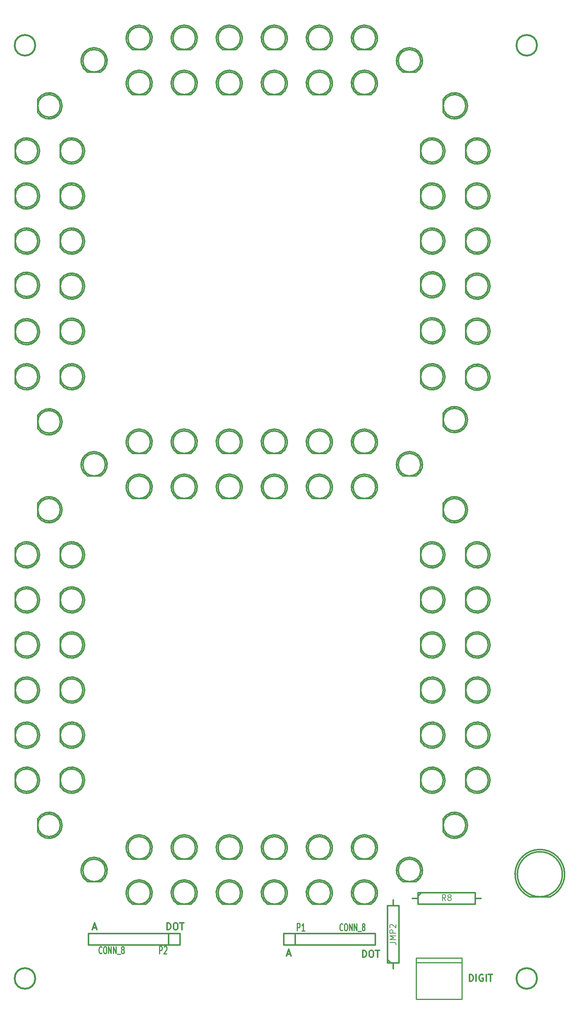
<source format=gto>
G04 (created by PCBNEW (2013-07-07 BZR 4022)-stable) date 1/25/2016 6:15:22 PM*
%MOIN*%
G04 Gerber Fmt 3.4, Leading zero omitted, Abs format*
%FSLAX34Y34*%
G01*
G70*
G90*
G04 APERTURE LIST*
%ADD10C,0.00590551*%
%ADD11C,0.011811*%
%ADD12C,0.0118*%
%ADD13C,0.012*%
%ADD14C,0.01*%
%ADD15C,0.015*%
%ADD16C,0.008*%
%ADD17C,0.0107*%
G04 APERTURE END LIST*
G54D10*
G54D11*
X26411Y-90839D02*
X26411Y-90248D01*
X26551Y-90248D01*
X26635Y-90276D01*
X26692Y-90332D01*
X26720Y-90389D01*
X26748Y-90501D01*
X26748Y-90585D01*
X26720Y-90698D01*
X26692Y-90754D01*
X26635Y-90810D01*
X26551Y-90839D01*
X26411Y-90839D01*
X27114Y-90248D02*
X27226Y-90248D01*
X27282Y-90276D01*
X27339Y-90332D01*
X27367Y-90445D01*
X27367Y-90642D01*
X27339Y-90754D01*
X27282Y-90810D01*
X27226Y-90839D01*
X27114Y-90839D01*
X27057Y-90810D01*
X27001Y-90754D01*
X26973Y-90642D01*
X26973Y-90445D01*
X27001Y-90332D01*
X27057Y-90276D01*
X27114Y-90248D01*
X27535Y-90248D02*
X27873Y-90248D01*
X27704Y-90839D02*
X27704Y-90248D01*
X19959Y-90670D02*
X20240Y-90670D01*
X19903Y-90839D02*
X20100Y-90248D01*
X20296Y-90839D01*
X36909Y-92970D02*
X37190Y-92970D01*
X36853Y-93139D02*
X37050Y-92548D01*
X37246Y-93139D01*
X43511Y-93239D02*
X43511Y-92648D01*
X43651Y-92648D01*
X43735Y-92676D01*
X43792Y-92732D01*
X43820Y-92789D01*
X43848Y-92901D01*
X43848Y-92985D01*
X43820Y-93098D01*
X43792Y-93154D01*
X43735Y-93210D01*
X43651Y-93239D01*
X43511Y-93239D01*
X44214Y-92648D02*
X44326Y-92648D01*
X44382Y-92676D01*
X44439Y-92732D01*
X44467Y-92845D01*
X44467Y-93042D01*
X44439Y-93154D01*
X44382Y-93210D01*
X44326Y-93239D01*
X44214Y-93239D01*
X44157Y-93210D01*
X44101Y-93154D01*
X44073Y-93042D01*
X44073Y-92845D01*
X44101Y-92732D01*
X44157Y-92676D01*
X44214Y-92648D01*
X44635Y-92648D02*
X44973Y-92648D01*
X44804Y-93239D02*
X44804Y-92648D01*
X52843Y-95339D02*
X52843Y-94748D01*
X52984Y-94748D01*
X53068Y-94776D01*
X53125Y-94832D01*
X53153Y-94889D01*
X53181Y-95001D01*
X53181Y-95085D01*
X53153Y-95198D01*
X53125Y-95254D01*
X53068Y-95310D01*
X52984Y-95339D01*
X52843Y-95339D01*
X53434Y-95339D02*
X53434Y-94748D01*
X54024Y-94776D02*
X53968Y-94748D01*
X53884Y-94748D01*
X53800Y-94776D01*
X53743Y-94832D01*
X53715Y-94889D01*
X53687Y-95001D01*
X53687Y-95085D01*
X53715Y-95198D01*
X53743Y-95254D01*
X53800Y-95310D01*
X53884Y-95339D01*
X53940Y-95339D01*
X54024Y-95310D01*
X54053Y-95282D01*
X54053Y-95085D01*
X53940Y-95085D01*
X54306Y-95339D02*
X54306Y-94748D01*
X54503Y-94748D02*
X54840Y-94748D01*
X54671Y-95339D02*
X54671Y-94748D01*
G54D12*
X13154Y-65398D02*
X13154Y-66556D01*
X13158Y-66564D02*
G75*
G03X14725Y-66958I980J586D01*
G74*
G01*
X14718Y-64994D02*
G75*
G03X13154Y-65398I-579J-983D01*
G74*
G01*
X14138Y-67119D02*
G75*
G03X15280Y-65977I0J1142D01*
G74*
G01*
X15280Y-65977D02*
G75*
G03X14138Y-64835I-1142J0D01*
G74*
G01*
X15122Y-65977D02*
G75*
G03X15122Y-65977I-984J0D01*
G74*
G01*
X17091Y-30123D02*
X17091Y-31281D01*
X17095Y-31289D02*
G75*
G03X18662Y-31682I980J586D01*
G74*
G01*
X18655Y-29718D02*
G75*
G03X17091Y-30122I-579J-983D01*
G74*
G01*
X18075Y-31844D02*
G75*
G03X19217Y-30702I0J1142D01*
G74*
G01*
X19217Y-30702D02*
G75*
G03X18075Y-29560I-1142J0D01*
G74*
G01*
X19059Y-30702D02*
G75*
G03X19059Y-30702I-984J0D01*
G74*
G01*
X17091Y-26186D02*
X17091Y-27344D01*
X17095Y-27351D02*
G75*
G03X18662Y-27745I980J586D01*
G74*
G01*
X18655Y-25781D02*
G75*
G03X17091Y-26185I-579J-983D01*
G74*
G01*
X18075Y-27907D02*
G75*
G03X19217Y-26765I0J1142D01*
G74*
G01*
X19217Y-26765D02*
G75*
G03X18075Y-25623I-1142J0D01*
G74*
G01*
X19059Y-26765D02*
G75*
G03X19059Y-26765I-984J0D01*
G74*
G01*
X15123Y-81146D02*
X15123Y-82304D01*
X15126Y-82312D02*
G75*
G03X16693Y-82706I980J586D01*
G74*
G01*
X16686Y-80742D02*
G75*
G03X15123Y-81146I-579J-983D01*
G74*
G01*
X16107Y-82867D02*
G75*
G03X17249Y-81725I0J1142D01*
G74*
G01*
X17249Y-81725D02*
G75*
G03X16107Y-80583I-1142J0D01*
G74*
G01*
X17091Y-81725D02*
G75*
G03X17091Y-81725I-984J0D01*
G74*
G01*
X15123Y-53587D02*
X15123Y-54745D01*
X15126Y-54753D02*
G75*
G03X16693Y-55147I980J586D01*
G74*
G01*
X16686Y-53183D02*
G75*
G03X15123Y-53587I-579J-983D01*
G74*
G01*
X16107Y-55308D02*
G75*
G03X17249Y-54166I0J1142D01*
G74*
G01*
X17249Y-54166D02*
G75*
G03X16107Y-53024I-1142J0D01*
G74*
G01*
X17091Y-54166D02*
G75*
G03X17091Y-54166I-984J0D01*
G74*
G01*
X17091Y-69335D02*
X17091Y-70493D01*
X17095Y-70501D02*
G75*
G03X18662Y-70895I980J586D01*
G74*
G01*
X18655Y-68931D02*
G75*
G03X17091Y-69335I-579J-983D01*
G74*
G01*
X18075Y-71056D02*
G75*
G03X19217Y-69914I0J1142D01*
G74*
G01*
X19217Y-69914D02*
G75*
G03X18075Y-68772I-1142J0D01*
G74*
G01*
X19059Y-69914D02*
G75*
G03X19059Y-69914I-984J0D01*
G74*
G01*
X17091Y-65398D02*
X17091Y-66556D01*
X17095Y-66564D02*
G75*
G03X18662Y-66958I980J586D01*
G74*
G01*
X18655Y-64994D02*
G75*
G03X17091Y-65398I-579J-983D01*
G74*
G01*
X18075Y-67119D02*
G75*
G03X19217Y-65977I0J1142D01*
G74*
G01*
X19217Y-65977D02*
G75*
G03X18075Y-64835I-1142J0D01*
G74*
G01*
X19059Y-65977D02*
G75*
G03X19059Y-65977I-984J0D01*
G74*
G01*
X17091Y-61461D02*
X17091Y-62619D01*
X17095Y-62627D02*
G75*
G03X18662Y-63021I980J586D01*
G74*
G01*
X18655Y-61057D02*
G75*
G03X17091Y-61461I-579J-983D01*
G74*
G01*
X18075Y-63182D02*
G75*
G03X19217Y-62040I0J1142D01*
G74*
G01*
X19217Y-62040D02*
G75*
G03X18075Y-60898I-1142J0D01*
G74*
G01*
X19059Y-62040D02*
G75*
G03X19059Y-62040I-984J0D01*
G74*
G01*
X17091Y-57524D02*
X17091Y-58682D01*
X17095Y-58690D02*
G75*
G03X18662Y-59084I980J586D01*
G74*
G01*
X18655Y-57120D02*
G75*
G03X17091Y-57524I-579J-983D01*
G74*
G01*
X18075Y-59245D02*
G75*
G03X19217Y-58103I0J1142D01*
G74*
G01*
X19217Y-58103D02*
G75*
G03X18075Y-56961I-1142J0D01*
G74*
G01*
X19059Y-58103D02*
G75*
G03X19059Y-58103I-984J0D01*
G74*
G01*
X13154Y-69335D02*
X13154Y-70493D01*
X13158Y-70501D02*
G75*
G03X14725Y-70895I980J586D01*
G74*
G01*
X14718Y-68931D02*
G75*
G03X13154Y-69335I-579J-983D01*
G74*
G01*
X14138Y-71056D02*
G75*
G03X15280Y-69914I0J1142D01*
G74*
G01*
X15280Y-69914D02*
G75*
G03X14138Y-68772I-1142J0D01*
G74*
G01*
X15122Y-69914D02*
G75*
G03X15122Y-69914I-984J0D01*
G74*
G01*
X17091Y-37997D02*
X17091Y-39155D01*
X17095Y-39163D02*
G75*
G03X18662Y-39556I980J586D01*
G74*
G01*
X18655Y-37592D02*
G75*
G03X17091Y-37996I-579J-983D01*
G74*
G01*
X18075Y-39718D02*
G75*
G03X19217Y-38576I0J1142D01*
G74*
G01*
X19217Y-38576D02*
G75*
G03X18075Y-37434I-1142J0D01*
G74*
G01*
X19059Y-38576D02*
G75*
G03X19059Y-38576I-984J0D01*
G74*
G01*
X13154Y-61461D02*
X13154Y-62619D01*
X13158Y-62627D02*
G75*
G03X14725Y-63021I980J586D01*
G74*
G01*
X14718Y-61057D02*
G75*
G03X13154Y-61461I-579J-983D01*
G74*
G01*
X14138Y-63182D02*
G75*
G03X15280Y-62040I0J1142D01*
G74*
G01*
X15280Y-62040D02*
G75*
G03X14138Y-60898I-1142J0D01*
G74*
G01*
X15122Y-62040D02*
G75*
G03X15122Y-62040I-984J0D01*
G74*
G01*
X13154Y-57524D02*
X13154Y-58682D01*
X13158Y-58690D02*
G75*
G03X14725Y-59084I980J586D01*
G74*
G01*
X14718Y-57120D02*
G75*
G03X13154Y-57524I-579J-983D01*
G74*
G01*
X14138Y-59245D02*
G75*
G03X15280Y-58103I0J1142D01*
G74*
G01*
X15280Y-58103D02*
G75*
G03X14138Y-56961I-1142J0D01*
G74*
G01*
X15122Y-58103D02*
G75*
G03X15122Y-58103I-984J0D01*
G74*
G01*
X47024Y-15938D02*
X48182Y-15938D01*
X48189Y-15934D02*
G75*
G03X48583Y-14367I-586J980D01*
G74*
G01*
X46619Y-14374D02*
G75*
G03X47023Y-15938I983J-579D01*
G74*
G01*
X48745Y-14954D02*
G75*
G03X47603Y-13812I-1142J0D01*
G74*
G01*
X47603Y-13812D02*
G75*
G03X46461Y-14954I0J-1142D01*
G74*
G01*
X48587Y-14954D02*
G75*
G03X48587Y-14954I-984J0D01*
G74*
G01*
X23402Y-13969D02*
X24560Y-13969D01*
X24567Y-13966D02*
G75*
G03X24961Y-12399I-586J980D01*
G74*
G01*
X22997Y-12406D02*
G75*
G03X23401Y-13969I983J-579D01*
G74*
G01*
X25123Y-12985D02*
G75*
G03X23981Y-11843I-1142J0D01*
G74*
G01*
X23981Y-11843D02*
G75*
G03X22839Y-12985I0J-1142D01*
G74*
G01*
X24965Y-12985D02*
G75*
G03X24965Y-12985I-984J0D01*
G74*
G01*
X19465Y-15938D02*
X20623Y-15938D01*
X20630Y-15934D02*
G75*
G03X21024Y-14367I-586J980D01*
G74*
G01*
X19060Y-14374D02*
G75*
G03X19464Y-15938I983J-579D01*
G74*
G01*
X21186Y-14954D02*
G75*
G03X20044Y-13812I-1142J0D01*
G74*
G01*
X20044Y-13812D02*
G75*
G03X18902Y-14954I0J-1142D01*
G74*
G01*
X21028Y-14954D02*
G75*
G03X21028Y-14954I-984J0D01*
G74*
G01*
X31276Y-13969D02*
X32434Y-13969D01*
X32441Y-13966D02*
G75*
G03X32835Y-12399I-586J980D01*
G74*
G01*
X30871Y-12406D02*
G75*
G03X31275Y-13969I983J-579D01*
G74*
G01*
X32997Y-12985D02*
G75*
G03X31855Y-11843I-1141J0D01*
G74*
G01*
X31855Y-11843D02*
G75*
G03X30713Y-12985I0J-1142D01*
G74*
G01*
X32839Y-12985D02*
G75*
G03X32839Y-12985I-983J0D01*
G74*
G01*
X35213Y-13969D02*
X36371Y-13969D01*
X36378Y-13966D02*
G75*
G03X36772Y-12399I-586J980D01*
G74*
G01*
X34808Y-12406D02*
G75*
G03X35212Y-13969I983J-579D01*
G74*
G01*
X36934Y-12985D02*
G75*
G03X35792Y-11843I-1142J0D01*
G74*
G01*
X35792Y-11843D02*
G75*
G03X34650Y-12985I0J-1142D01*
G74*
G01*
X36776Y-12985D02*
G75*
G03X36776Y-12985I-984J0D01*
G74*
G01*
X39150Y-49245D02*
X40308Y-49245D01*
X40315Y-49241D02*
G75*
G03X40709Y-47674I-586J980D01*
G74*
G01*
X38745Y-47681D02*
G75*
G03X39149Y-49245I983J-579D01*
G74*
G01*
X40871Y-48261D02*
G75*
G03X39729Y-47119I-1142J0D01*
G74*
G01*
X39729Y-47119D02*
G75*
G03X38587Y-48261I0J-1142D01*
G74*
G01*
X40713Y-48261D02*
G75*
G03X40713Y-48261I-984J0D01*
G74*
G01*
X19465Y-51213D02*
X20623Y-51213D01*
X20630Y-51210D02*
G75*
G03X21024Y-49643I-586J980D01*
G74*
G01*
X19060Y-49650D02*
G75*
G03X19464Y-51213I983J-579D01*
G74*
G01*
X21186Y-50229D02*
G75*
G03X20044Y-49087I-1142J0D01*
G74*
G01*
X20044Y-49087D02*
G75*
G03X18902Y-50229I0J-1142D01*
G74*
G01*
X21028Y-50229D02*
G75*
G03X21028Y-50229I-984J0D01*
G74*
G01*
X47024Y-51213D02*
X48182Y-51213D01*
X48189Y-51210D02*
G75*
G03X48583Y-49643I-586J980D01*
G74*
G01*
X46619Y-49650D02*
G75*
G03X47023Y-51213I983J-579D01*
G74*
G01*
X48745Y-50229D02*
G75*
G03X47603Y-49087I-1142J0D01*
G74*
G01*
X47603Y-49087D02*
G75*
G03X46461Y-50229I0J-1142D01*
G74*
G01*
X48587Y-50229D02*
G75*
G03X48587Y-50229I-984J0D01*
G74*
G01*
X43087Y-53182D02*
X44245Y-53182D01*
X44252Y-53178D02*
G75*
G03X44646Y-51611I-586J980D01*
G74*
G01*
X42682Y-51618D02*
G75*
G03X43086Y-53182I983J-579D01*
G74*
G01*
X44808Y-52198D02*
G75*
G03X43666Y-51056I-1142J0D01*
G74*
G01*
X43666Y-51056D02*
G75*
G03X42524Y-52198I0J-1142D01*
G74*
G01*
X44650Y-52198D02*
G75*
G03X44650Y-52198I-984J0D01*
G74*
G01*
X39150Y-53182D02*
X40308Y-53182D01*
X40315Y-53178D02*
G75*
G03X40709Y-51611I-586J980D01*
G74*
G01*
X38745Y-51618D02*
G75*
G03X39149Y-53182I983J-579D01*
G74*
G01*
X40871Y-52198D02*
G75*
G03X39729Y-51056I-1142J0D01*
G74*
G01*
X39729Y-51056D02*
G75*
G03X38587Y-52198I0J-1142D01*
G74*
G01*
X40713Y-52198D02*
G75*
G03X40713Y-52198I-984J0D01*
G74*
G01*
X35213Y-53182D02*
X36371Y-53182D01*
X36378Y-53178D02*
G75*
G03X36772Y-51611I-586J980D01*
G74*
G01*
X34808Y-51618D02*
G75*
G03X35212Y-53182I983J-579D01*
G74*
G01*
X36934Y-52198D02*
G75*
G03X35792Y-51056I-1142J0D01*
G74*
G01*
X35792Y-51056D02*
G75*
G03X34650Y-52198I0J-1142D01*
G74*
G01*
X36776Y-52198D02*
G75*
G03X36776Y-52198I-984J0D01*
G74*
G01*
X31276Y-53182D02*
X32434Y-53182D01*
X32441Y-53178D02*
G75*
G03X32835Y-51611I-586J980D01*
G74*
G01*
X30871Y-51618D02*
G75*
G03X31275Y-53182I983J-579D01*
G74*
G01*
X32997Y-52198D02*
G75*
G03X31855Y-51056I-1141J0D01*
G74*
G01*
X31855Y-51056D02*
G75*
G03X30713Y-52198I0J-1142D01*
G74*
G01*
X32839Y-52198D02*
G75*
G03X32839Y-52198I-983J0D01*
G74*
G01*
X31276Y-49245D02*
X32434Y-49245D01*
X32441Y-49241D02*
G75*
G03X32835Y-47674I-586J980D01*
G74*
G01*
X30871Y-47681D02*
G75*
G03X31275Y-49245I983J-579D01*
G74*
G01*
X32997Y-48261D02*
G75*
G03X31855Y-47119I-1141J0D01*
G74*
G01*
X31855Y-47119D02*
G75*
G03X30713Y-48261I0J-1142D01*
G74*
G01*
X32839Y-48261D02*
G75*
G03X32839Y-48261I-983J0D01*
G74*
G01*
X35213Y-49245D02*
X36371Y-49245D01*
X36378Y-49241D02*
G75*
G03X36772Y-47674I-586J980D01*
G74*
G01*
X34808Y-47681D02*
G75*
G03X35212Y-49245I983J-579D01*
G74*
G01*
X36934Y-48261D02*
G75*
G03X35792Y-47119I-1142J0D01*
G74*
G01*
X35792Y-47119D02*
G75*
G03X34650Y-48261I0J-1142D01*
G74*
G01*
X36776Y-48261D02*
G75*
G03X36776Y-48261I-984J0D01*
G74*
G01*
X17091Y-34060D02*
X17091Y-35218D01*
X17095Y-35226D02*
G75*
G03X18662Y-35619I980J586D01*
G74*
G01*
X18655Y-33655D02*
G75*
G03X17091Y-34059I-579J-983D01*
G74*
G01*
X18075Y-35781D02*
G75*
G03X19217Y-34639I0J1142D01*
G74*
G01*
X19217Y-34639D02*
G75*
G03X18075Y-33497I-1142J0D01*
G74*
G01*
X19059Y-34639D02*
G75*
G03X19059Y-34639I-984J0D01*
G74*
G01*
X43087Y-49245D02*
X44245Y-49245D01*
X44252Y-49241D02*
G75*
G03X44646Y-47674I-586J980D01*
G74*
G01*
X42682Y-47681D02*
G75*
G03X43086Y-49245I983J-579D01*
G74*
G01*
X44808Y-48261D02*
G75*
G03X43666Y-47119I-1142J0D01*
G74*
G01*
X43666Y-47119D02*
G75*
G03X42524Y-48261I0J-1142D01*
G74*
G01*
X44650Y-48261D02*
G75*
G03X44650Y-48261I-984J0D01*
G74*
G01*
X13154Y-41973D02*
X13154Y-43131D01*
X13158Y-43139D02*
G75*
G03X14725Y-43532I980J586D01*
G74*
G01*
X14718Y-41569D02*
G75*
G03X13154Y-41973I-579J-983D01*
G74*
G01*
X14138Y-43694D02*
G75*
G03X15280Y-42552I0J1142D01*
G74*
G01*
X15280Y-42552D02*
G75*
G03X14138Y-41410I-1142J0D01*
G74*
G01*
X15122Y-42552D02*
G75*
G03X15122Y-42552I-984J0D01*
G74*
G01*
X17091Y-22249D02*
X17091Y-23407D01*
X17095Y-23414D02*
G75*
G03X18662Y-23808I980J586D01*
G74*
G01*
X18655Y-21844D02*
G75*
G03X17091Y-22248I-579J-983D01*
G74*
G01*
X18075Y-23970D02*
G75*
G03X19217Y-22828I0J1142D01*
G74*
G01*
X19217Y-22828D02*
G75*
G03X18075Y-21686I-1142J0D01*
G74*
G01*
X19059Y-22828D02*
G75*
G03X19059Y-22828I-984J0D01*
G74*
G01*
X15123Y-18312D02*
X15123Y-19470D01*
X15126Y-19477D02*
G75*
G03X16693Y-19871I980J586D01*
G74*
G01*
X16686Y-17907D02*
G75*
G03X15123Y-18311I-579J-983D01*
G74*
G01*
X16107Y-20033D02*
G75*
G03X17249Y-18891I0J1142D01*
G74*
G01*
X17249Y-18891D02*
G75*
G03X16107Y-17749I-1142J0D01*
G74*
G01*
X17091Y-18891D02*
G75*
G03X17091Y-18891I-984J0D01*
G74*
G01*
X13154Y-26186D02*
X13154Y-27344D01*
X13158Y-27351D02*
G75*
G03X14725Y-27745I980J586D01*
G74*
G01*
X14718Y-25781D02*
G75*
G03X13154Y-26185I-579J-983D01*
G74*
G01*
X14138Y-27907D02*
G75*
G03X15280Y-26765I0J1142D01*
G74*
G01*
X15280Y-26765D02*
G75*
G03X14138Y-25623I-1142J0D01*
G74*
G01*
X15122Y-26765D02*
G75*
G03X15122Y-26765I-984J0D01*
G74*
G01*
X13154Y-22249D02*
X13154Y-23407D01*
X13158Y-23414D02*
G75*
G03X14725Y-23808I980J586D01*
G74*
G01*
X14718Y-21844D02*
G75*
G03X13154Y-22248I-579J-983D01*
G74*
G01*
X14138Y-23970D02*
G75*
G03X15280Y-22828I0J1142D01*
G74*
G01*
X15280Y-22828D02*
G75*
G03X14138Y-21686I-1142J0D01*
G74*
G01*
X15122Y-22828D02*
G75*
G03X15122Y-22828I-984J0D01*
G74*
G01*
X13154Y-30123D02*
X13154Y-31281D01*
X13158Y-31289D02*
G75*
G03X14725Y-31682I980J586D01*
G74*
G01*
X14718Y-29718D02*
G75*
G03X13154Y-30122I-579J-983D01*
G74*
G01*
X14138Y-31844D02*
G75*
G03X15280Y-30702I0J1142D01*
G74*
G01*
X15280Y-30702D02*
G75*
G03X14138Y-29560I-1142J0D01*
G74*
G01*
X15122Y-30702D02*
G75*
G03X15122Y-30702I-984J0D01*
G74*
G01*
X27339Y-13969D02*
X28497Y-13969D01*
X28504Y-13966D02*
G75*
G03X28898Y-12399I-586J980D01*
G74*
G01*
X26934Y-12406D02*
G75*
G03X27338Y-13969I983J-579D01*
G74*
G01*
X29060Y-12985D02*
G75*
G03X27918Y-11843I-1142J0D01*
G74*
G01*
X27918Y-11843D02*
G75*
G03X26776Y-12985I0J-1142D01*
G74*
G01*
X28902Y-12985D02*
G75*
G03X28902Y-12985I-984J0D01*
G74*
G01*
X31276Y-84678D02*
X32434Y-84678D01*
X32441Y-84674D02*
G75*
G03X32835Y-83107I-586J980D01*
G74*
G01*
X30871Y-83115D02*
G75*
G03X31275Y-84678I983J-579D01*
G74*
G01*
X32997Y-83694D02*
G75*
G03X31855Y-82552I-1141J0D01*
G74*
G01*
X31855Y-82552D02*
G75*
G03X30713Y-83694I0J-1142D01*
G74*
G01*
X32839Y-83694D02*
G75*
G03X32839Y-83694I-983J0D01*
G74*
G01*
X48587Y-65398D02*
X48587Y-66556D01*
X48591Y-66564D02*
G75*
G03X50158Y-66958I980J586D01*
G74*
G01*
X50151Y-64994D02*
G75*
G03X48587Y-65398I-579J-983D01*
G74*
G01*
X49571Y-67119D02*
G75*
G03X50713Y-65977I0J1142D01*
G74*
G01*
X50713Y-65977D02*
G75*
G03X49571Y-64835I-1142J0D01*
G74*
G01*
X50555Y-65977D02*
G75*
G03X50555Y-65977I-984J0D01*
G74*
G01*
X48587Y-77209D02*
X48587Y-78367D01*
X48591Y-78375D02*
G75*
G03X50158Y-78769I980J586D01*
G74*
G01*
X50151Y-76805D02*
G75*
G03X48587Y-77209I-579J-983D01*
G74*
G01*
X49571Y-78930D02*
G75*
G03X50713Y-77788I0J1142D01*
G74*
G01*
X50713Y-77788D02*
G75*
G03X49571Y-76646I-1142J0D01*
G74*
G01*
X50555Y-77788D02*
G75*
G03X50555Y-77788I-984J0D01*
G74*
G01*
X52524Y-73272D02*
X52524Y-74430D01*
X52528Y-74438D02*
G75*
G03X54095Y-74832I980J586D01*
G74*
G01*
X54088Y-72868D02*
G75*
G03X52524Y-73272I-579J-983D01*
G74*
G01*
X53508Y-74993D02*
G75*
G03X54650Y-73851I0J1142D01*
G74*
G01*
X54650Y-73851D02*
G75*
G03X53508Y-72709I-1142J0D01*
G74*
G01*
X54492Y-73851D02*
G75*
G03X54492Y-73851I-984J0D01*
G74*
G01*
X52524Y-69335D02*
X52524Y-70493D01*
X52528Y-70501D02*
G75*
G03X54095Y-70895I980J586D01*
G74*
G01*
X54088Y-68931D02*
G75*
G03X52524Y-69335I-579J-983D01*
G74*
G01*
X53508Y-71056D02*
G75*
G03X54650Y-69914I0J1142D01*
G74*
G01*
X54650Y-69914D02*
G75*
G03X53508Y-68772I-1142J0D01*
G74*
G01*
X54492Y-69914D02*
G75*
G03X54492Y-69914I-984J0D01*
G74*
G01*
X52524Y-65398D02*
X52524Y-66556D01*
X52528Y-66564D02*
G75*
G03X54095Y-66958I980J586D01*
G74*
G01*
X54088Y-64994D02*
G75*
G03X52524Y-65398I-579J-983D01*
G74*
G01*
X53508Y-67119D02*
G75*
G03X54650Y-65977I0J1142D01*
G74*
G01*
X54650Y-65977D02*
G75*
G03X53508Y-64835I-1142J0D01*
G74*
G01*
X54492Y-65977D02*
G75*
G03X54492Y-65977I-984J0D01*
G74*
G01*
X43087Y-84678D02*
X44245Y-84678D01*
X44252Y-84674D02*
G75*
G03X44646Y-83107I-586J980D01*
G74*
G01*
X42682Y-83115D02*
G75*
G03X43086Y-84678I983J-579D01*
G74*
G01*
X44808Y-83694D02*
G75*
G03X43666Y-82552I-1142J0D01*
G74*
G01*
X43666Y-82552D02*
G75*
G03X42524Y-83694I0J-1142D01*
G74*
G01*
X44650Y-83694D02*
G75*
G03X44650Y-83694I-984J0D01*
G74*
G01*
X39150Y-84678D02*
X40308Y-84678D01*
X40315Y-84674D02*
G75*
G03X40709Y-83107I-586J980D01*
G74*
G01*
X38745Y-83115D02*
G75*
G03X39149Y-84678I983J-579D01*
G74*
G01*
X40871Y-83694D02*
G75*
G03X39729Y-82552I-1142J0D01*
G74*
G01*
X39729Y-82552D02*
G75*
G03X38587Y-83694I0J-1142D01*
G74*
G01*
X40713Y-83694D02*
G75*
G03X40713Y-83694I-984J0D01*
G74*
G01*
X35213Y-84678D02*
X36371Y-84678D01*
X36378Y-84674D02*
G75*
G03X36772Y-83107I-586J980D01*
G74*
G01*
X34808Y-83115D02*
G75*
G03X35212Y-84678I983J-579D01*
G74*
G01*
X36934Y-83694D02*
G75*
G03X35792Y-82552I-1142J0D01*
G74*
G01*
X35792Y-82552D02*
G75*
G03X34650Y-83694I0J-1142D01*
G74*
G01*
X36776Y-83694D02*
G75*
G03X36776Y-83694I-984J0D01*
G74*
G01*
X35213Y-17906D02*
X36371Y-17906D01*
X36378Y-17903D02*
G75*
G03X36772Y-16336I-586J980D01*
G74*
G01*
X34808Y-16343D02*
G75*
G03X35212Y-17906I983J-579D01*
G74*
G01*
X36934Y-16922D02*
G75*
G03X35792Y-15780I-1142J0D01*
G74*
G01*
X35792Y-15780D02*
G75*
G03X34650Y-16922I0J-1142D01*
G74*
G01*
X36776Y-16922D02*
G75*
G03X36776Y-16922I-984J0D01*
G74*
G01*
X31276Y-88615D02*
X32434Y-88615D01*
X32441Y-88611D02*
G75*
G03X32835Y-87044I-586J980D01*
G74*
G01*
X30871Y-87052D02*
G75*
G03X31275Y-88615I983J-579D01*
G74*
G01*
X32997Y-87631D02*
G75*
G03X31855Y-86489I-1141J0D01*
G74*
G01*
X31855Y-86489D02*
G75*
G03X30713Y-87631I0J-1142D01*
G74*
G01*
X32839Y-87631D02*
G75*
G03X32839Y-87631I-983J0D01*
G74*
G01*
X35213Y-88615D02*
X36371Y-88615D01*
X36378Y-88611D02*
G75*
G03X36772Y-87044I-586J980D01*
G74*
G01*
X34808Y-87052D02*
G75*
G03X35212Y-88615I983J-579D01*
G74*
G01*
X36934Y-87631D02*
G75*
G03X35792Y-86489I-1142J0D01*
G74*
G01*
X35792Y-86489D02*
G75*
G03X34650Y-87631I0J-1142D01*
G74*
G01*
X36776Y-87631D02*
G75*
G03X36776Y-87631I-984J0D01*
G74*
G01*
X39150Y-88615D02*
X40308Y-88615D01*
X40315Y-88611D02*
G75*
G03X40709Y-87044I-586J980D01*
G74*
G01*
X38745Y-87052D02*
G75*
G03X39149Y-88615I983J-579D01*
G74*
G01*
X40871Y-87631D02*
G75*
G03X39729Y-86489I-1142J0D01*
G74*
G01*
X39729Y-86489D02*
G75*
G03X38587Y-87631I0J-1142D01*
G74*
G01*
X40713Y-87631D02*
G75*
G03X40713Y-87631I-984J0D01*
G74*
G01*
X43087Y-88615D02*
X44245Y-88615D01*
X44252Y-88611D02*
G75*
G03X44646Y-87044I-586J980D01*
G74*
G01*
X42682Y-87052D02*
G75*
G03X43086Y-88615I983J-579D01*
G74*
G01*
X44808Y-87631D02*
G75*
G03X43666Y-86489I-1142J0D01*
G74*
G01*
X43666Y-86489D02*
G75*
G03X42524Y-87631I0J-1142D01*
G74*
G01*
X44650Y-87631D02*
G75*
G03X44650Y-87631I-984J0D01*
G74*
G01*
X19465Y-86646D02*
X20623Y-86646D01*
X20630Y-86643D02*
G75*
G03X21024Y-85076I-586J980D01*
G74*
G01*
X19060Y-85083D02*
G75*
G03X19464Y-86646I983J-579D01*
G74*
G01*
X21186Y-85662D02*
G75*
G03X20044Y-84520I-1142J0D01*
G74*
G01*
X20044Y-84520D02*
G75*
G03X18902Y-85662I0J-1142D01*
G74*
G01*
X21028Y-85662D02*
G75*
G03X21028Y-85662I-984J0D01*
G74*
G01*
X47024Y-86646D02*
X48182Y-86646D01*
X48189Y-86643D02*
G75*
G03X48583Y-85076I-586J980D01*
G74*
G01*
X46619Y-85083D02*
G75*
G03X47023Y-86646I983J-579D01*
G74*
G01*
X48745Y-85662D02*
G75*
G03X47603Y-84520I-1142J0D01*
G74*
G01*
X47603Y-84520D02*
G75*
G03X46461Y-85662I0J-1142D01*
G74*
G01*
X48587Y-85662D02*
G75*
G03X48587Y-85662I-984J0D01*
G74*
G01*
X52524Y-61461D02*
X52524Y-62619D01*
X52528Y-62627D02*
G75*
G03X54095Y-63021I980J586D01*
G74*
G01*
X54088Y-61057D02*
G75*
G03X52524Y-61461I-579J-983D01*
G74*
G01*
X53508Y-63182D02*
G75*
G03X54650Y-62040I0J1142D01*
G74*
G01*
X54650Y-62040D02*
G75*
G03X53508Y-60898I-1142J0D01*
G74*
G01*
X54492Y-62040D02*
G75*
G03X54492Y-62040I-984J0D01*
G74*
G01*
X52524Y-22249D02*
X52524Y-23407D01*
X52528Y-23414D02*
G75*
G03X54095Y-23808I980J586D01*
G74*
G01*
X54088Y-21844D02*
G75*
G03X52524Y-22248I-579J-983D01*
G74*
G01*
X53508Y-23970D02*
G75*
G03X54650Y-22828I0J1142D01*
G74*
G01*
X54650Y-22828D02*
G75*
G03X53508Y-21686I-1142J0D01*
G74*
G01*
X54492Y-22828D02*
G75*
G03X54492Y-22828I-984J0D01*
G74*
G01*
X48587Y-61461D02*
X48587Y-62619D01*
X48591Y-62627D02*
G75*
G03X50158Y-63021I980J586D01*
G74*
G01*
X50151Y-61057D02*
G75*
G03X48587Y-61461I-579J-983D01*
G74*
G01*
X49571Y-63182D02*
G75*
G03X50713Y-62040I0J1142D01*
G74*
G01*
X50713Y-62040D02*
G75*
G03X49571Y-60898I-1142J0D01*
G74*
G01*
X50555Y-62040D02*
G75*
G03X50555Y-62040I-984J0D01*
G74*
G01*
X31276Y-17906D02*
X32434Y-17906D01*
X32441Y-17903D02*
G75*
G03X32835Y-16336I-586J980D01*
G74*
G01*
X30871Y-16343D02*
G75*
G03X31275Y-17906I983J-579D01*
G74*
G01*
X32997Y-16922D02*
G75*
G03X31855Y-15780I-1141J0D01*
G74*
G01*
X31855Y-15780D02*
G75*
G03X30713Y-16922I0J-1142D01*
G74*
G01*
X32839Y-16922D02*
G75*
G03X32839Y-16922I-983J0D01*
G74*
G01*
X27339Y-17906D02*
X28497Y-17906D01*
X28504Y-17903D02*
G75*
G03X28898Y-16336I-586J980D01*
G74*
G01*
X26934Y-16343D02*
G75*
G03X27338Y-17906I983J-579D01*
G74*
G01*
X29060Y-16922D02*
G75*
G03X27918Y-15780I-1142J0D01*
G74*
G01*
X27918Y-15780D02*
G75*
G03X26776Y-16922I0J-1142D01*
G74*
G01*
X28902Y-16922D02*
G75*
G03X28902Y-16922I-984J0D01*
G74*
G01*
X23402Y-17906D02*
X24560Y-17906D01*
X24567Y-17903D02*
G75*
G03X24961Y-16336I-586J980D01*
G74*
G01*
X22997Y-16343D02*
G75*
G03X23401Y-17906I983J-579D01*
G74*
G01*
X25123Y-16922D02*
G75*
G03X23981Y-15780I-1142J0D01*
G74*
G01*
X23981Y-15780D02*
G75*
G03X22839Y-16922I0J-1142D01*
G74*
G01*
X24965Y-16922D02*
G75*
G03X24965Y-16922I-984J0D01*
G74*
G01*
X48587Y-41973D02*
X48587Y-43131D01*
X48591Y-43139D02*
G75*
G03X50158Y-43532I980J586D01*
G74*
G01*
X50151Y-41569D02*
G75*
G03X48587Y-41973I-579J-983D01*
G74*
G01*
X49571Y-43694D02*
G75*
G03X50713Y-42552I0J1142D01*
G74*
G01*
X50713Y-42552D02*
G75*
G03X49571Y-41410I-1142J0D01*
G74*
G01*
X50555Y-42552D02*
G75*
G03X50555Y-42552I-984J0D01*
G74*
G01*
X48587Y-30123D02*
X48587Y-31281D01*
X48591Y-31289D02*
G75*
G03X50158Y-31682I980J586D01*
G74*
G01*
X50151Y-29718D02*
G75*
G03X48587Y-30122I-579J-983D01*
G74*
G01*
X49571Y-31844D02*
G75*
G03X50713Y-30702I0J1142D01*
G74*
G01*
X50713Y-30702D02*
G75*
G03X49571Y-29560I-1142J0D01*
G74*
G01*
X50555Y-30702D02*
G75*
G03X50555Y-30702I-984J0D01*
G74*
G01*
X48587Y-26186D02*
X48587Y-27344D01*
X48591Y-27351D02*
G75*
G03X50158Y-27745I980J586D01*
G74*
G01*
X50151Y-25781D02*
G75*
G03X48587Y-26185I-579J-983D01*
G74*
G01*
X49571Y-27907D02*
G75*
G03X50713Y-26765I0J1142D01*
G74*
G01*
X50713Y-26765D02*
G75*
G03X49571Y-25623I-1142J0D01*
G74*
G01*
X50555Y-26765D02*
G75*
G03X50555Y-26765I-984J0D01*
G74*
G01*
X48587Y-22249D02*
X48587Y-23407D01*
X48591Y-23414D02*
G75*
G03X50158Y-23808I980J586D01*
G74*
G01*
X50151Y-21844D02*
G75*
G03X48587Y-22248I-579J-983D01*
G74*
G01*
X49571Y-23970D02*
G75*
G03X50713Y-22828I0J1142D01*
G74*
G01*
X50713Y-22828D02*
G75*
G03X49571Y-21686I-1142J0D01*
G74*
G01*
X50555Y-22828D02*
G75*
G03X50555Y-22828I-984J0D01*
G74*
G01*
X50556Y-18312D02*
X50556Y-19470D01*
X50559Y-19477D02*
G75*
G03X52126Y-19871I980J586D01*
G74*
G01*
X52119Y-17907D02*
G75*
G03X50556Y-18311I-579J-983D01*
G74*
G01*
X51540Y-20033D02*
G75*
G03X52682Y-18891I0J1142D01*
G74*
G01*
X52682Y-18891D02*
G75*
G03X51540Y-17749I-1142J0D01*
G74*
G01*
X52524Y-18891D02*
G75*
G03X52524Y-18891I-984J0D01*
G74*
G01*
X52524Y-37997D02*
X52524Y-39155D01*
X52528Y-39163D02*
G75*
G03X54095Y-39556I980J586D01*
G74*
G01*
X54088Y-37592D02*
G75*
G03X52524Y-37996I-579J-983D01*
G74*
G01*
X53508Y-39718D02*
G75*
G03X54650Y-38576I0J1142D01*
G74*
G01*
X54650Y-38576D02*
G75*
G03X53508Y-37434I-1142J0D01*
G74*
G01*
X54492Y-38576D02*
G75*
G03X54492Y-38576I-984J0D01*
G74*
G01*
X52524Y-34060D02*
X52524Y-35218D01*
X52528Y-35226D02*
G75*
G03X54095Y-35619I980J586D01*
G74*
G01*
X54088Y-33655D02*
G75*
G03X52524Y-34059I-579J-983D01*
G74*
G01*
X53508Y-35781D02*
G75*
G03X54650Y-34639I0J1142D01*
G74*
G01*
X54650Y-34639D02*
G75*
G03X53508Y-33497I-1142J0D01*
G74*
G01*
X54492Y-34639D02*
G75*
G03X54492Y-34639I-984J0D01*
G74*
G01*
X52524Y-30123D02*
X52524Y-31281D01*
X52528Y-31289D02*
G75*
G03X54095Y-31682I980J586D01*
G74*
G01*
X54088Y-29718D02*
G75*
G03X52524Y-30122I-579J-983D01*
G74*
G01*
X53508Y-31844D02*
G75*
G03X54650Y-30702I0J1142D01*
G74*
G01*
X54650Y-30702D02*
G75*
G03X53508Y-29560I-1142J0D01*
G74*
G01*
X54492Y-30702D02*
G75*
G03X54492Y-30702I-984J0D01*
G74*
G01*
X52524Y-26186D02*
X52524Y-27344D01*
X52528Y-27351D02*
G75*
G03X54095Y-27745I980J586D01*
G74*
G01*
X54088Y-25781D02*
G75*
G03X52524Y-26185I-579J-983D01*
G74*
G01*
X53508Y-27907D02*
G75*
G03X54650Y-26765I0J1142D01*
G74*
G01*
X54650Y-26765D02*
G75*
G03X53508Y-25623I-1142J0D01*
G74*
G01*
X54492Y-26765D02*
G75*
G03X54492Y-26765I-984J0D01*
G74*
G01*
X52524Y-57524D02*
X52524Y-58682D01*
X52528Y-58690D02*
G75*
G03X54095Y-59084I980J586D01*
G74*
G01*
X54088Y-57120D02*
G75*
G03X52524Y-57524I-579J-983D01*
G74*
G01*
X53508Y-59245D02*
G75*
G03X54650Y-58103I0J1142D01*
G74*
G01*
X54650Y-58103D02*
G75*
G03X53508Y-56961I-1142J0D01*
G74*
G01*
X54492Y-58103D02*
G75*
G03X54492Y-58103I-984J0D01*
G74*
G01*
X50556Y-53587D02*
X50556Y-54745D01*
X50559Y-54753D02*
G75*
G03X52126Y-55147I980J586D01*
G74*
G01*
X52119Y-53183D02*
G75*
G03X50556Y-53587I-579J-983D01*
G74*
G01*
X51540Y-55308D02*
G75*
G03X52682Y-54166I0J1142D01*
G74*
G01*
X52682Y-54166D02*
G75*
G03X51540Y-53024I-1142J0D01*
G74*
G01*
X52524Y-54166D02*
G75*
G03X52524Y-54166I-984J0D01*
G74*
G01*
X48587Y-57524D02*
X48587Y-58682D01*
X48591Y-58690D02*
G75*
G03X50158Y-59084I980J586D01*
G74*
G01*
X50151Y-57120D02*
G75*
G03X48587Y-57524I-579J-983D01*
G74*
G01*
X49571Y-59245D02*
G75*
G03X50713Y-58103I0J1142D01*
G74*
G01*
X50713Y-58103D02*
G75*
G03X49571Y-56961I-1142J0D01*
G74*
G01*
X50555Y-58103D02*
G75*
G03X50555Y-58103I-984J0D01*
G74*
G01*
X59897Y-87969D02*
G75*
G03X60969Y-85102I-897J1969D01*
G74*
G01*
X58094Y-87972D02*
X59906Y-87972D01*
X57030Y-85094D02*
G75*
G03X58094Y-87969I1969J-905D01*
G74*
G01*
X61165Y-86000D02*
G75*
G03X59000Y-83835I-2165J0D01*
G74*
G01*
X59000Y-83835D02*
G75*
G03X56835Y-86000I0J-2165D01*
G74*
G01*
X60969Y-86000D02*
G75*
G03X60969Y-86000I-1969J0D01*
G74*
G01*
G54D13*
X48350Y-87600D02*
X53350Y-87600D01*
X53350Y-87600D02*
X53350Y-88600D01*
X53350Y-88600D02*
X48350Y-88600D01*
X53350Y-88100D02*
X53850Y-88100D01*
X47850Y-88100D02*
X48350Y-88100D01*
X48350Y-87900D02*
X48650Y-87600D01*
X48350Y-87600D02*
X48350Y-88600D01*
G54D12*
X13154Y-73272D02*
X13154Y-74430D01*
X13158Y-74438D02*
G75*
G03X14725Y-74832I980J586D01*
G74*
G01*
X14718Y-72868D02*
G75*
G03X13154Y-73272I-579J-983D01*
G74*
G01*
X14138Y-74993D02*
G75*
G03X15280Y-73851I0J1142D01*
G74*
G01*
X15280Y-73851D02*
G75*
G03X14138Y-72709I-1142J0D01*
G74*
G01*
X15122Y-73851D02*
G75*
G03X15122Y-73851I-984J0D01*
G74*
G01*
X17091Y-73272D02*
X17091Y-74430D01*
X17095Y-74438D02*
G75*
G03X18662Y-74832I980J586D01*
G74*
G01*
X18655Y-72868D02*
G75*
G03X17091Y-73272I-579J-983D01*
G74*
G01*
X18075Y-74993D02*
G75*
G03X19217Y-73851I0J1142D01*
G74*
G01*
X19217Y-73851D02*
G75*
G03X18075Y-72709I-1142J0D01*
G74*
G01*
X19059Y-73851D02*
G75*
G03X19059Y-73851I-984J0D01*
G74*
G01*
X17091Y-41973D02*
X17091Y-43131D01*
X17095Y-43139D02*
G75*
G03X18662Y-43532I980J586D01*
G74*
G01*
X18655Y-41569D02*
G75*
G03X17091Y-41973I-579J-983D01*
G74*
G01*
X18075Y-43694D02*
G75*
G03X19217Y-42552I0J1142D01*
G74*
G01*
X19217Y-42552D02*
G75*
G03X18075Y-41410I-1142J0D01*
G74*
G01*
X19059Y-42552D02*
G75*
G03X19059Y-42552I-984J0D01*
G74*
G01*
X13154Y-33981D02*
X13154Y-35139D01*
X13158Y-35147D02*
G75*
G03X14725Y-35540I980J586D01*
G74*
G01*
X14718Y-33576D02*
G75*
G03X13154Y-33981I-579J-983D01*
G74*
G01*
X14138Y-35702D02*
G75*
G03X15280Y-34560I0J1142D01*
G74*
G01*
X15280Y-34560D02*
G75*
G03X14138Y-33418I-1142J0D01*
G74*
G01*
X15122Y-34560D02*
G75*
G03X15122Y-34560I-984J0D01*
G74*
G01*
X27339Y-53182D02*
X28497Y-53182D01*
X28504Y-53178D02*
G75*
G03X28898Y-51611I-586J980D01*
G74*
G01*
X26934Y-51618D02*
G75*
G03X27338Y-53182I983J-579D01*
G74*
G01*
X29060Y-52198D02*
G75*
G03X27918Y-51056I-1142J0D01*
G74*
G01*
X27918Y-51056D02*
G75*
G03X26776Y-52198I0J-1142D01*
G74*
G01*
X28902Y-52198D02*
G75*
G03X28902Y-52198I-984J0D01*
G74*
G01*
X27339Y-49245D02*
X28497Y-49245D01*
X28504Y-49241D02*
G75*
G03X28898Y-47674I-586J980D01*
G74*
G01*
X26934Y-47681D02*
G75*
G03X27338Y-49245I983J-579D01*
G74*
G01*
X29060Y-48261D02*
G75*
G03X27918Y-47119I-1142J0D01*
G74*
G01*
X27918Y-47119D02*
G75*
G03X26776Y-48261I0J-1142D01*
G74*
G01*
X28902Y-48261D02*
G75*
G03X28902Y-48261I-984J0D01*
G74*
G01*
X39150Y-17906D02*
X40308Y-17906D01*
X40315Y-17903D02*
G75*
G03X40709Y-16336I-586J980D01*
G74*
G01*
X38745Y-16343D02*
G75*
G03X39149Y-17906I983J-579D01*
G74*
G01*
X40871Y-16922D02*
G75*
G03X39729Y-15780I-1142J0D01*
G74*
G01*
X39729Y-15780D02*
G75*
G03X38587Y-16922I0J-1142D01*
G74*
G01*
X40713Y-16922D02*
G75*
G03X40713Y-16922I-984J0D01*
G74*
G01*
X39150Y-13969D02*
X40308Y-13969D01*
X40315Y-13966D02*
G75*
G03X40709Y-12399I-586J980D01*
G74*
G01*
X38745Y-12406D02*
G75*
G03X39149Y-13969I983J-579D01*
G74*
G01*
X40871Y-12985D02*
G75*
G03X39729Y-11843I-1142J0D01*
G74*
G01*
X39729Y-11843D02*
G75*
G03X38587Y-12985I0J-1142D01*
G74*
G01*
X40713Y-12985D02*
G75*
G03X40713Y-12985I-984J0D01*
G74*
G01*
X48587Y-33942D02*
X48587Y-35100D01*
X48591Y-35107D02*
G75*
G03X50158Y-35501I980J586D01*
G74*
G01*
X50151Y-33537D02*
G75*
G03X48587Y-33941I-579J-983D01*
G74*
G01*
X49571Y-35663D02*
G75*
G03X50713Y-34521I0J1142D01*
G74*
G01*
X50713Y-34521D02*
G75*
G03X49571Y-33379I-1142J0D01*
G74*
G01*
X50555Y-34521D02*
G75*
G03X50555Y-34521I-984J0D01*
G74*
G01*
X52524Y-42013D02*
X52524Y-43171D01*
X52528Y-43178D02*
G75*
G03X54095Y-43572I980J586D01*
G74*
G01*
X54088Y-41608D02*
G75*
G03X52524Y-42012I-579J-983D01*
G74*
G01*
X53508Y-43734D02*
G75*
G03X54650Y-42592I0J1142D01*
G74*
G01*
X54650Y-42592D02*
G75*
G03X53508Y-41450I-1142J0D01*
G74*
G01*
X54492Y-42592D02*
G75*
G03X54492Y-42592I-984J0D01*
G74*
G01*
X52524Y-77209D02*
X52524Y-78367D01*
X52528Y-78375D02*
G75*
G03X54095Y-78769I980J586D01*
G74*
G01*
X54088Y-76805D02*
G75*
G03X52524Y-77209I-579J-983D01*
G74*
G01*
X53508Y-78930D02*
G75*
G03X54650Y-77788I0J1142D01*
G74*
G01*
X54650Y-77788D02*
G75*
G03X53508Y-76646I-1142J0D01*
G74*
G01*
X54492Y-77788D02*
G75*
G03X54492Y-77788I-984J0D01*
G74*
G01*
X48587Y-69335D02*
X48587Y-70493D01*
X48591Y-70501D02*
G75*
G03X50158Y-70895I980J586D01*
G74*
G01*
X50151Y-68931D02*
G75*
G03X48587Y-69335I-579J-983D01*
G74*
G01*
X49571Y-71056D02*
G75*
G03X50713Y-69914I0J1142D01*
G74*
G01*
X50713Y-69914D02*
G75*
G03X49571Y-68772I-1142J0D01*
G74*
G01*
X50555Y-69914D02*
G75*
G03X50555Y-69914I-984J0D01*
G74*
G01*
X27339Y-88615D02*
X28497Y-88615D01*
X28504Y-88611D02*
G75*
G03X28898Y-87044I-586J980D01*
G74*
G01*
X26934Y-87052D02*
G75*
G03X27338Y-88615I983J-579D01*
G74*
G01*
X29060Y-87631D02*
G75*
G03X27918Y-86489I-1142J0D01*
G74*
G01*
X27918Y-86489D02*
G75*
G03X26776Y-87631I0J-1142D01*
G74*
G01*
X28902Y-87631D02*
G75*
G03X28902Y-87631I-984J0D01*
G74*
G01*
X27339Y-84678D02*
X28497Y-84678D01*
X28504Y-84674D02*
G75*
G03X28898Y-83107I-586J980D01*
G74*
G01*
X26934Y-83115D02*
G75*
G03X27338Y-84678I983J-579D01*
G74*
G01*
X29060Y-83694D02*
G75*
G03X27918Y-82552I-1142J0D01*
G74*
G01*
X27918Y-82552D02*
G75*
G03X26776Y-83694I0J-1142D01*
G74*
G01*
X28902Y-83694D02*
G75*
G03X28902Y-83694I-984J0D01*
G74*
G01*
X13154Y-77209D02*
X13154Y-78367D01*
X13158Y-78375D02*
G75*
G03X14725Y-78769I980J586D01*
G74*
G01*
X14718Y-76805D02*
G75*
G03X13154Y-77209I-579J-983D01*
G74*
G01*
X14138Y-78930D02*
G75*
G03X15280Y-77788I0J1142D01*
G74*
G01*
X15280Y-77788D02*
G75*
G03X14138Y-76646I-1142J0D01*
G74*
G01*
X15122Y-77788D02*
G75*
G03X15122Y-77788I-984J0D01*
G74*
G01*
X17091Y-77209D02*
X17091Y-78367D01*
X17095Y-78375D02*
G75*
G03X18662Y-78769I980J586D01*
G74*
G01*
X18655Y-76805D02*
G75*
G03X17091Y-77209I-579J-983D01*
G74*
G01*
X18075Y-78930D02*
G75*
G03X19217Y-77788I0J1142D01*
G74*
G01*
X19217Y-77788D02*
G75*
G03X18075Y-76646I-1142J0D01*
G74*
G01*
X19059Y-77788D02*
G75*
G03X19059Y-77788I-984J0D01*
G74*
G01*
X15123Y-45910D02*
X15123Y-47068D01*
X15126Y-47076D02*
G75*
G03X16693Y-47469I980J586D01*
G74*
G01*
X16686Y-45506D02*
G75*
G03X15123Y-45910I-579J-983D01*
G74*
G01*
X16107Y-47631D02*
G75*
G03X17249Y-46489I0J1142D01*
G74*
G01*
X17249Y-46489D02*
G75*
G03X16107Y-45347I-1142J0D01*
G74*
G01*
X17091Y-46489D02*
G75*
G03X17091Y-46489I-984J0D01*
G74*
G01*
X13154Y-38036D02*
X13154Y-39194D01*
X13158Y-39202D02*
G75*
G03X14725Y-39595I980J586D01*
G74*
G01*
X14718Y-37632D02*
G75*
G03X13154Y-38036I-579J-983D01*
G74*
G01*
X14138Y-39757D02*
G75*
G03X15280Y-38615I0J1142D01*
G74*
G01*
X15280Y-38615D02*
G75*
G03X14138Y-37473I-1142J0D01*
G74*
G01*
X15122Y-38615D02*
G75*
G03X15122Y-38615I-984J0D01*
G74*
G01*
X23402Y-49245D02*
X24560Y-49245D01*
X24567Y-49241D02*
G75*
G03X24961Y-47674I-586J980D01*
G74*
G01*
X22997Y-47681D02*
G75*
G03X23401Y-49245I983J-579D01*
G74*
G01*
X25123Y-48261D02*
G75*
G03X23981Y-47119I-1142J0D01*
G74*
G01*
X23981Y-47119D02*
G75*
G03X22839Y-48261I0J-1142D01*
G74*
G01*
X24965Y-48261D02*
G75*
G03X24965Y-48261I-984J0D01*
G74*
G01*
X23402Y-53182D02*
X24560Y-53182D01*
X24567Y-53178D02*
G75*
G03X24961Y-51611I-586J980D01*
G74*
G01*
X22997Y-51618D02*
G75*
G03X23401Y-53182I983J-579D01*
G74*
G01*
X25123Y-52198D02*
G75*
G03X23981Y-51056I-1142J0D01*
G74*
G01*
X23981Y-51056D02*
G75*
G03X22839Y-52198I0J-1142D01*
G74*
G01*
X24965Y-52198D02*
G75*
G03X24965Y-52198I-984J0D01*
G74*
G01*
X43087Y-17906D02*
X44245Y-17906D01*
X44252Y-17903D02*
G75*
G03X44646Y-16336I-586J980D01*
G74*
G01*
X42682Y-16343D02*
G75*
G03X43086Y-17906I983J-579D01*
G74*
G01*
X44808Y-16922D02*
G75*
G03X43666Y-15780I-1142J0D01*
G74*
G01*
X43666Y-15780D02*
G75*
G03X42524Y-16922I0J-1142D01*
G74*
G01*
X44650Y-16922D02*
G75*
G03X44650Y-16922I-984J0D01*
G74*
G01*
X43087Y-13969D02*
X44245Y-13969D01*
X44252Y-13966D02*
G75*
G03X44646Y-12399I-586J980D01*
G74*
G01*
X42682Y-12406D02*
G75*
G03X43086Y-13969I983J-579D01*
G74*
G01*
X44808Y-12985D02*
G75*
G03X43666Y-11843I-1142J0D01*
G74*
G01*
X43666Y-11843D02*
G75*
G03X42524Y-12985I0J-1142D01*
G74*
G01*
X44650Y-12985D02*
G75*
G03X44650Y-12985I-984J0D01*
G74*
G01*
X50556Y-45713D02*
X50556Y-46871D01*
X50559Y-46879D02*
G75*
G03X52126Y-47273I980J586D01*
G74*
G01*
X52119Y-45309D02*
G75*
G03X50556Y-45713I-579J-983D01*
G74*
G01*
X51540Y-47434D02*
G75*
G03X52682Y-46292I0J1142D01*
G74*
G01*
X52682Y-46292D02*
G75*
G03X51540Y-45150I-1142J0D01*
G74*
G01*
X52524Y-46292D02*
G75*
G03X52524Y-46292I-984J0D01*
G74*
G01*
X48587Y-37958D02*
X48587Y-39116D01*
X48591Y-39123D02*
G75*
G03X50158Y-39517I980J586D01*
G74*
G01*
X50151Y-37553D02*
G75*
G03X48587Y-37957I-579J-983D01*
G74*
G01*
X49571Y-39679D02*
G75*
G03X50713Y-38537I0J1142D01*
G74*
G01*
X50713Y-38537D02*
G75*
G03X49571Y-37395I-1142J0D01*
G74*
G01*
X50555Y-38537D02*
G75*
G03X50555Y-38537I-984J0D01*
G74*
G01*
X50556Y-81146D02*
X50556Y-82304D01*
X50559Y-82312D02*
G75*
G03X52126Y-82706I980J586D01*
G74*
G01*
X52119Y-80742D02*
G75*
G03X50556Y-81146I-579J-983D01*
G74*
G01*
X51540Y-82867D02*
G75*
G03X52682Y-81725I0J1142D01*
G74*
G01*
X52682Y-81725D02*
G75*
G03X51540Y-80583I-1142J0D01*
G74*
G01*
X52524Y-81725D02*
G75*
G03X52524Y-81725I-984J0D01*
G74*
G01*
X48587Y-73272D02*
X48587Y-74430D01*
X48591Y-74438D02*
G75*
G03X50158Y-74832I980J586D01*
G74*
G01*
X50151Y-72868D02*
G75*
G03X48587Y-73272I-579J-983D01*
G74*
G01*
X49571Y-74993D02*
G75*
G03X50713Y-73851I0J1142D01*
G74*
G01*
X50713Y-73851D02*
G75*
G03X49571Y-72709I-1142J0D01*
G74*
G01*
X50555Y-73851D02*
G75*
G03X50555Y-73851I-984J0D01*
G74*
G01*
X23402Y-88615D02*
X24560Y-88615D01*
X24567Y-88611D02*
G75*
G03X24961Y-87044I-586J980D01*
G74*
G01*
X22997Y-87052D02*
G75*
G03X23401Y-88615I983J-579D01*
G74*
G01*
X25123Y-87631D02*
G75*
G03X23981Y-86489I-1142J0D01*
G74*
G01*
X23981Y-86489D02*
G75*
G03X22839Y-87631I0J-1142D01*
G74*
G01*
X24965Y-87631D02*
G75*
G03X24965Y-87631I-984J0D01*
G74*
G01*
X23402Y-84678D02*
X24560Y-84678D01*
X24567Y-84674D02*
G75*
G03X24961Y-83107I-586J980D01*
G74*
G01*
X22997Y-83115D02*
G75*
G03X23401Y-84678I983J-579D01*
G74*
G01*
X25123Y-83694D02*
G75*
G03X23981Y-82552I-1142J0D01*
G74*
G01*
X23981Y-82552D02*
G75*
G03X22839Y-83694I0J-1142D01*
G74*
G01*
X24965Y-83694D02*
G75*
G03X24965Y-83694I-984J0D01*
G74*
G01*
G54D14*
X48200Y-96600D02*
X48200Y-96900D01*
X48200Y-96900D02*
X52200Y-96900D01*
X52200Y-96900D02*
X52200Y-96600D01*
X48200Y-93300D02*
X52200Y-93300D01*
X52200Y-93300D02*
X52200Y-93700D01*
X52200Y-93700D02*
X48200Y-93700D01*
X48200Y-93700D02*
X48200Y-93300D01*
X48200Y-93600D02*
X48200Y-96600D01*
X52200Y-96600D02*
X52200Y-93600D01*
G54D13*
X36604Y-91179D02*
X44604Y-91179D01*
X44604Y-91179D02*
X44604Y-92179D01*
X44604Y-92179D02*
X36604Y-92179D01*
X36604Y-92179D02*
X36604Y-91179D01*
X37604Y-92179D02*
X37604Y-91179D01*
X27561Y-92179D02*
X19561Y-92179D01*
X19561Y-92179D02*
X19561Y-91179D01*
X19561Y-91179D02*
X27561Y-91179D01*
X27561Y-91179D02*
X27561Y-92179D01*
X26561Y-91179D02*
X26561Y-92179D01*
X45700Y-93750D02*
X45700Y-88750D01*
X45700Y-88750D02*
X46700Y-88750D01*
X46700Y-88750D02*
X46700Y-93750D01*
X46200Y-88750D02*
X46200Y-88250D01*
X46200Y-94250D02*
X46200Y-93750D01*
X46000Y-93750D02*
X45700Y-93450D01*
X45700Y-93750D02*
X46700Y-93750D01*
G54D15*
X14900Y-13600D02*
G75*
G03X14900Y-13600I-900J0D01*
G74*
G01*
X58750Y-13600D02*
G75*
G03X58750Y-13600I-900J0D01*
G74*
G01*
X58750Y-95100D02*
G75*
G03X58750Y-95100I-900J0D01*
G74*
G01*
X14900Y-95100D02*
G75*
G03X14900Y-95100I-900J0D01*
G74*
G01*
G54D16*
X50766Y-88322D02*
X50600Y-88060D01*
X50480Y-88322D02*
X50480Y-87772D01*
X50671Y-87772D01*
X50719Y-87798D01*
X50742Y-87825D01*
X50766Y-87877D01*
X50766Y-87955D01*
X50742Y-88008D01*
X50719Y-88034D01*
X50671Y-88060D01*
X50480Y-88060D01*
X51052Y-88008D02*
X51004Y-87982D01*
X50980Y-87955D01*
X50957Y-87903D01*
X50957Y-87877D01*
X50980Y-87825D01*
X51004Y-87798D01*
X51052Y-87772D01*
X51147Y-87772D01*
X51195Y-87798D01*
X51219Y-87825D01*
X51242Y-87877D01*
X51242Y-87903D01*
X51219Y-87955D01*
X51195Y-87982D01*
X51147Y-88008D01*
X51052Y-88008D01*
X51004Y-88034D01*
X50980Y-88060D01*
X50957Y-88113D01*
X50957Y-88217D01*
X50980Y-88270D01*
X51004Y-88296D01*
X51052Y-88322D01*
X51147Y-88322D01*
X51195Y-88296D01*
X51219Y-88270D01*
X51242Y-88217D01*
X51242Y-88113D01*
X51219Y-88060D01*
X51195Y-88034D01*
X51147Y-88008D01*
G54D17*
X37788Y-90955D02*
X37788Y-90274D01*
X37951Y-90274D01*
X37992Y-90306D01*
X38012Y-90339D01*
X38032Y-90404D01*
X38032Y-90501D01*
X38012Y-90566D01*
X37992Y-90598D01*
X37951Y-90631D01*
X37788Y-90631D01*
X38440Y-90955D02*
X38196Y-90955D01*
X38318Y-90955D02*
X38318Y-90274D01*
X38277Y-90371D01*
X38236Y-90436D01*
X38196Y-90469D01*
G54D13*
G54D14*
X41756Y-90865D02*
X41737Y-90894D01*
X41680Y-90922D01*
X41642Y-90922D01*
X41585Y-90894D01*
X41547Y-90837D01*
X41528Y-90779D01*
X41509Y-90665D01*
X41509Y-90579D01*
X41528Y-90465D01*
X41547Y-90408D01*
X41585Y-90351D01*
X41642Y-90322D01*
X41680Y-90322D01*
X41737Y-90351D01*
X41756Y-90379D01*
X42004Y-90322D02*
X42080Y-90322D01*
X42118Y-90351D01*
X42156Y-90408D01*
X42175Y-90522D01*
X42175Y-90722D01*
X42156Y-90837D01*
X42118Y-90894D01*
X42080Y-90922D01*
X42004Y-90922D01*
X41966Y-90894D01*
X41928Y-90837D01*
X41909Y-90722D01*
X41909Y-90522D01*
X41928Y-90408D01*
X41966Y-90351D01*
X42004Y-90322D01*
X42347Y-90922D02*
X42347Y-90322D01*
X42575Y-90922D01*
X42575Y-90322D01*
X42766Y-90922D02*
X42766Y-90322D01*
X42994Y-90922D01*
X42994Y-90322D01*
X43090Y-90979D02*
X43394Y-90979D01*
X43547Y-90579D02*
X43509Y-90551D01*
X43490Y-90522D01*
X43470Y-90465D01*
X43470Y-90437D01*
X43490Y-90379D01*
X43509Y-90351D01*
X43547Y-90322D01*
X43623Y-90322D01*
X43661Y-90351D01*
X43680Y-90379D01*
X43699Y-90437D01*
X43699Y-90465D01*
X43680Y-90522D01*
X43661Y-90551D01*
X43623Y-90579D01*
X43547Y-90579D01*
X43509Y-90608D01*
X43490Y-90637D01*
X43470Y-90694D01*
X43470Y-90808D01*
X43490Y-90865D01*
X43509Y-90894D01*
X43547Y-90922D01*
X43623Y-90922D01*
X43661Y-90894D01*
X43680Y-90865D01*
X43699Y-90808D01*
X43699Y-90694D01*
X43680Y-90637D01*
X43661Y-90608D01*
X43623Y-90579D01*
G54D13*
G54D17*
X25745Y-92955D02*
X25745Y-92274D01*
X25908Y-92274D01*
X25948Y-92306D01*
X25969Y-92339D01*
X25989Y-92404D01*
X25989Y-92501D01*
X25969Y-92566D01*
X25948Y-92598D01*
X25908Y-92631D01*
X25745Y-92631D01*
X26152Y-92339D02*
X26173Y-92306D01*
X26213Y-92274D01*
X26315Y-92274D01*
X26356Y-92306D01*
X26376Y-92339D01*
X26397Y-92404D01*
X26397Y-92469D01*
X26376Y-92566D01*
X26132Y-92955D01*
X26397Y-92955D01*
G54D13*
G54D14*
X20713Y-92865D02*
X20694Y-92894D01*
X20637Y-92922D01*
X20599Y-92922D01*
X20541Y-92894D01*
X20503Y-92837D01*
X20484Y-92779D01*
X20465Y-92665D01*
X20465Y-92579D01*
X20484Y-92465D01*
X20503Y-92408D01*
X20541Y-92351D01*
X20599Y-92322D01*
X20637Y-92322D01*
X20694Y-92351D01*
X20713Y-92379D01*
X20961Y-92322D02*
X21037Y-92322D01*
X21075Y-92351D01*
X21113Y-92408D01*
X21132Y-92522D01*
X21132Y-92722D01*
X21113Y-92837D01*
X21075Y-92894D01*
X21037Y-92922D01*
X20961Y-92922D01*
X20922Y-92894D01*
X20884Y-92837D01*
X20865Y-92722D01*
X20865Y-92522D01*
X20884Y-92408D01*
X20922Y-92351D01*
X20961Y-92322D01*
X21303Y-92922D02*
X21303Y-92322D01*
X21532Y-92922D01*
X21532Y-92322D01*
X21722Y-92922D02*
X21722Y-92322D01*
X21951Y-92922D01*
X21951Y-92322D01*
X22046Y-92979D02*
X22351Y-92979D01*
X22503Y-92579D02*
X22465Y-92551D01*
X22446Y-92522D01*
X22427Y-92465D01*
X22427Y-92437D01*
X22446Y-92379D01*
X22465Y-92351D01*
X22503Y-92322D01*
X22580Y-92322D01*
X22618Y-92351D01*
X22637Y-92379D01*
X22656Y-92437D01*
X22656Y-92465D01*
X22637Y-92522D01*
X22618Y-92551D01*
X22580Y-92579D01*
X22503Y-92579D01*
X22465Y-92608D01*
X22446Y-92637D01*
X22427Y-92694D01*
X22427Y-92808D01*
X22446Y-92865D01*
X22465Y-92894D01*
X22503Y-92922D01*
X22580Y-92922D01*
X22618Y-92894D01*
X22637Y-92865D01*
X22656Y-92808D01*
X22656Y-92694D01*
X22637Y-92637D01*
X22618Y-92608D01*
X22580Y-92579D01*
G54D13*
G54D16*
X45872Y-91952D02*
X46265Y-91952D01*
X46344Y-91976D01*
X46396Y-92023D01*
X46422Y-92095D01*
X46422Y-92142D01*
X46422Y-91714D02*
X45872Y-91714D01*
X46265Y-91547D01*
X45872Y-91380D01*
X46422Y-91380D01*
X46422Y-91142D02*
X45872Y-91142D01*
X45872Y-90952D01*
X45898Y-90904D01*
X45925Y-90880D01*
X45977Y-90857D01*
X46055Y-90857D01*
X46108Y-90880D01*
X46134Y-90904D01*
X46160Y-90952D01*
X46160Y-91142D01*
X45925Y-90666D02*
X45898Y-90642D01*
X45872Y-90595D01*
X45872Y-90476D01*
X45898Y-90428D01*
X45925Y-90404D01*
X45977Y-90380D01*
X46029Y-90380D01*
X46108Y-90404D01*
X46422Y-90690D01*
X46422Y-90380D01*
M02*

</source>
